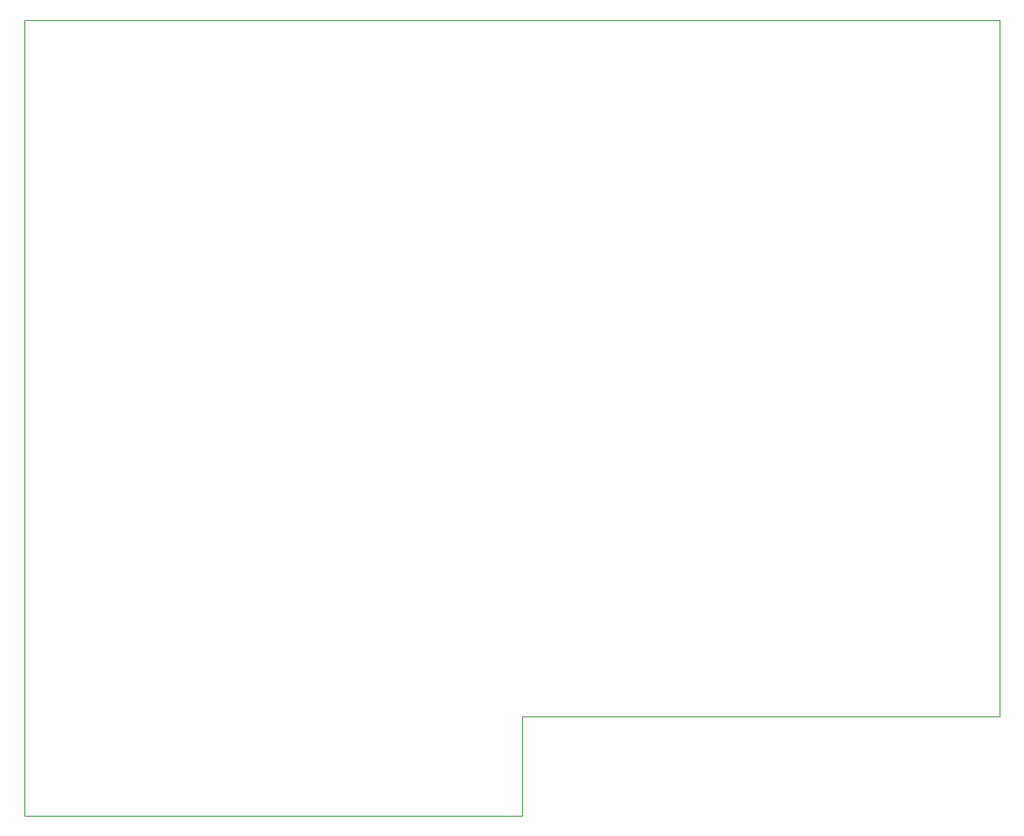
<source format=gbr>
G04 #@! TF.GenerationSoftware,KiCad,Pcbnew,(7.0.0)*
G04 #@! TF.CreationDate,2023-03-08T01:07:39+01:00*
G04 #@! TF.ProjectId,inverter_box_LV_distribution_board,696e7665-7274-4657-925f-626f785f4c56,rev?*
G04 #@! TF.SameCoordinates,Original*
G04 #@! TF.FileFunction,Profile,NP*
%FSLAX46Y46*%
G04 Gerber Fmt 4.6, Leading zero omitted, Abs format (unit mm)*
G04 Created by KiCad (PCBNEW (7.0.0)) date 2023-03-08 01:07:39*
%MOMM*%
%LPD*%
G01*
G04 APERTURE LIST*
G04 #@! TA.AperFunction,Profile*
%ADD10C,0.050000*%
G04 #@! TD*
G04 APERTURE END LIST*
D10*
X166500000Y-46500000D02*
X68500000Y-46500000D01*
X68500000Y-126500000D02*
X118500000Y-126500000D01*
X166500000Y-116500000D02*
X166500000Y-46500000D01*
X118500000Y-116500000D02*
X166500000Y-116500000D01*
X118500000Y-126500000D02*
X118500000Y-116500000D01*
X68500000Y-46500000D02*
X68500000Y-126500000D01*
M02*

</source>
